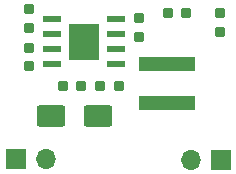
<source format=gbr>
%TF.GenerationSoftware,KiCad,Pcbnew,8.0.4*%
%TF.CreationDate,2026-02-25T15:38:28+07:00*%
%TF.ProjectId,Buck_V1.1,4275636b-5f56-4312-9e31-2e6b69636164,rev?*%
%TF.SameCoordinates,Original*%
%TF.FileFunction,Soldermask,Top*%
%TF.FilePolarity,Negative*%
%FSLAX46Y46*%
G04 Gerber Fmt 4.6, Leading zero omitted, Abs format (unit mm)*
G04 Created by KiCad (PCBNEW 8.0.4) date 2026-02-25 15:38:28*
%MOMM*%
%LPD*%
G01*
G04 APERTURE LIST*
G04 Aperture macros list*
%AMRoundRect*
0 Rectangle with rounded corners*
0 $1 Rounding radius*
0 $2 $3 $4 $5 $6 $7 $8 $9 X,Y pos of 4 corners*
0 Add a 4 corners polygon primitive as box body*
4,1,4,$2,$3,$4,$5,$6,$7,$8,$9,$2,$3,0*
0 Add four circle primitives for the rounded corners*
1,1,$1+$1,$2,$3*
1,1,$1+$1,$4,$5*
1,1,$1+$1,$6,$7*
1,1,$1+$1,$8,$9*
0 Add four rect primitives between the rounded corners*
20,1,$1+$1,$2,$3,$4,$5,0*
20,1,$1+$1,$4,$5,$6,$7,0*
20,1,$1+$1,$6,$7,$8,$9,0*
20,1,$1+$1,$8,$9,$2,$3,0*%
G04 Aperture macros list end*
%ADD10RoundRect,0.180000X1.020000X0.720000X-1.020000X0.720000X-1.020000X-0.720000X1.020000X-0.720000X0*%
%ADD11RoundRect,0.127500X-0.297500X-0.322500X0.297500X-0.322500X0.297500X0.322500X-0.297500X0.322500X0*%
%ADD12R,1.550000X0.600000*%
%ADD13R,2.600000X3.100000*%
%ADD14R,1.700000X1.700000*%
%ADD15O,1.700000X1.700000*%
%ADD16R,4.700000X1.180000*%
%ADD17RoundRect,0.127500X0.322500X-0.297500X0.322500X0.297500X-0.322500X0.297500X-0.322500X-0.297500X0*%
%ADD18RoundRect,0.127500X-0.322500X0.297500X-0.322500X-0.297500X0.322500X-0.297500X0.322500X0.297500X0*%
G04 APERTURE END LIST*
D10*
%TO.C,D3*%
X127530000Y-38552500D03*
X131580000Y-38552500D03*
%TD*%
D11*
%TO.C,C5*%
X133310000Y-36002500D03*
X131760000Y-36002500D03*
%TD*%
%TO.C,C4*%
X130120000Y-36002501D03*
X128570000Y-36002501D03*
%TD*%
D12*
%TO.C,U1*%
X133060000Y-34147500D03*
X133060000Y-32877500D03*
X133060000Y-31607500D03*
X133060000Y-30337500D03*
X127660000Y-30337500D03*
X127660000Y-31607500D03*
X127660000Y-32877500D03*
X127660000Y-34147500D03*
D13*
X130360000Y-32242500D03*
%TD*%
D14*
%TO.C,IN*%
X124580000Y-42170000D03*
D15*
X127120000Y-42170000D03*
%TD*%
D16*
%TO.C,L3*%
X137360000Y-34130000D03*
X137360000Y-37440000D03*
%TD*%
D17*
%TO.C,C2*%
X125720000Y-32732500D03*
X125720000Y-34282500D03*
%TD*%
D11*
%TO.C,R2*%
X139030000Y-29840000D03*
X137480000Y-29840000D03*
%TD*%
D18*
%TO.C,C1*%
X125730000Y-31052500D03*
X125730000Y-29502500D03*
%TD*%
D17*
%TO.C,C3*%
X134990000Y-30257500D03*
X134990000Y-31807500D03*
%TD*%
D14*
%TO.C,OUT*%
X141940000Y-42240000D03*
D15*
X139400000Y-42240000D03*
%TD*%
D18*
%TO.C,R1*%
X141920000Y-31385000D03*
X141920000Y-29835000D03*
%TD*%
M02*

</source>
